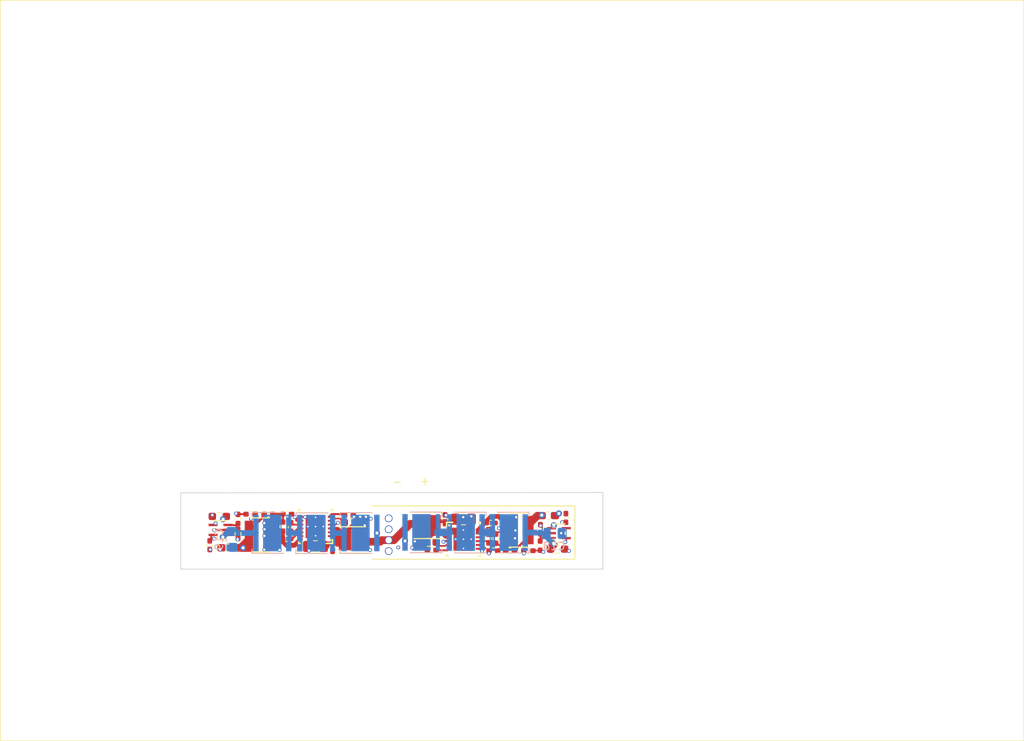
<source format=kicad_pcb>
(kicad_pcb (version 20221018) (generator pcbnew)
  (layers (0 "F.Cu" signal) (1 "In1.Cu" signal) (2 "In2.Cu" signal) (31 "B.Cu" signal) (34 "B.Paste" user) (35 "F.Paste" user) (36 "B.SilkS" user "B.Silkscreen") (37 "F.SilkS" user "F.Silkscreen") (38 "B.Mask" user) (39 "F.Mask" user) (44 "Edge.Cuts" user))
  (net 0 "")
  (net 1 "GND2")
  (net 2 "Net-(U1-VCC)")
  (net 3 "Net-(U1-SS)")
  (net 4 "Net-(C4-Pad2)")
  (net 5 "Net-(U1-BST)")
  (net 6 "Net-(C27-Pad2)")
  (net 7 "Net-(D6-A)")
  (net 8 "Net-(D8-K)")
  (net 9 "Net-(D27-Conn)")
  (net 10 "Net-(U1-FB)")
  (net 11 "Net-(U2-OUT)")
  (net 12 "Net-(U1-RON)")
  (net 13 "Net-(U2-IN-)")
  (net 14 "Net-(D6-K)")
  (net 15 "Net-(D7-K)")
  (net 16 "Net-(D3-Conn)")
  (net 17 "Net-(U3-VIN)")
  (net 18 "Net-(U1-VIN)")
  (net 19 "Net-(U3-SS)")
  (net 20 "Net-(U3-VCC)")
  (net 21 "Net-(U3-BST)")
  (net 22 "Net-(C9-Pad2)")
  (net 23 "Net-(D9-A)")
  (net 24 "Net-(C10-Pad2)")
  (net 25 "Net-(U3-FB)")
  (net 26 "Net-(D2-Conn)")
  (net 27 "Net-(D10-A)")
  (net 28 "Net-(D10-K)")
  (net 29 "Net-(D11-K)")
  (net 30 "Net-(U3-RON)")
  (net 31 "Net-(U4-OUT)")
  (net 32 "Net-(U4-IN-)")
  (footprint "ul_TLV9061IDCKR:DCK5_TEX" (layer "F.Cu") (at 136.271 122.809)
    (fp_text reference "U2" hide)
    (fp_text value "TLV9061IDCKR" hide)
    (pad "1" smd rect (at -0.9652 -0.649999) (size 1.1684 0.3048) (layers "F.Cu" "F.Paste" "F.Mask") (net 8 "Net-(D8-K)"))
    (pad "2" smd rect (at -0.9652 0) (size 1.1684 0.3048) (layers "F.Cu" "F.Paste" "F.Mask") (net 1 "GND2"))
    (pad "3" smd rect (at -0.9652 0.649999) (size 1.1684 0.3048) (layers "F.Cu" "F.Paste" "F.Mask") (net 13 "Net-(U2-IN-)"))
    (pad "4" smd rect (at 0.9652 0.649999) (size 1.1684 0.3048) (layers "F.Cu" "F.Paste" "F.Mask") (net 11 "Net-(U2-OUT)"))
    (pad "5" smd rect (at 0.9652 -0.649999) (size 1.1684 0.3048) (layers "F.Cu" "F.Paste" "F.Mask") (net 16 "Net-(D3-Conn)"))
  )
  (footprint "Capacitor_SMD:C_0402_1005Metric_Pad0.74x0.62mm_HandSolder" (layer "F.Cu") (at 90.7796 124.3751 -90)
    (fp_text reference "C13" hide)
    (fp_text value "C" hide)
    (pad "1" smd roundrect (at -0.5675 0 270) (size 0.735 0.62) (layers "F.Cu" "F.Paste" "F.Mask") (net 16 "Net-(D3-Conn)"))
    (pad "2" smd roundrect (at 0.5675 0 270) (size 0.735 0.62) (layers "F.Cu" "F.Paste" "F.Mask") (net 1 "GND2"))
  )
  (footprint "Resistor_SMD:R_0402_1005Metric_Pad0.72x0.64mm_HandSolder" (layer "F.Cu") (at 94.4626 120.9548 90)
    (fp_text reference "R10" hide)
    (fp_text value "R" hide)
    (pad "1" smd roundrect (at -0.5975 0 90) (size 0.715 0.64) (layers "F.Cu" "F.Paste" "F.Mask") (net 32 "Net-(U4-IN-)"))
    (pad "2" smd roundrect (at 0.5975 0 90) (size 0.715 0.64) (layers "F.Cu" "F.Paste" "F.Mask") (net 31 "Net-(U4-OUT)"))
  )
  (footprint "ul_SWPA4030S1R0NT:IND_SWPA4030S_SNL" (layer "F.Cu") (at 97.3836 123.0376)
    (fp_text reference "L4" hide)
    (fp_text value "SWPA4030S1R0NT" hide)
    (pad "1" smd rect (at -1.4986 0) (size 1.0922 3.7084) (layers "F.Cu" "F.Paste" "F.Mask") (net 23 "Net-(D9-A)"))
    (pad "2" smd rect (at 1.4986 0) (size 1.0922 3.7084) (layers "F.Cu" "F.Paste" "F.Mask") (net 22 "Net-(C9-Pad2)"))
  )
  (footprint "Capacitor_SMD:C_0603_1608Metric_Pad1.08x0.95mm_HandSolder" (layer "F.Cu") (at 134.8994 120.523)
    (fp_text reference "C28" hide)
    (fp_text value "C" hide)
    (pad "1" smd roundrect (at -0.8625 0) (size 1.075 0.95) (layers "F.Cu" "F.Paste" "F.Mask") (net 7 "Net-(D6-A)"))
    (pad "2" smd roundrect (at 0.8625 0) (size 1.075 0.95) (layers "F.Cu" "F.Paste" "F.Mask") (net 1 "GND2"))
  )
  (footprint "Capacitor_SMD:C_0402_1005Metric_Pad0.74x0.62mm_HandSolder" (layer "F.Cu") (at 137.1854 120.8278 90)
    (fp_text reference "C1" hide)
    (fp_text value "C" hide)
    (pad "1" smd roundrect (at -0.5675 0 90) (size 0.735 0.62) (layers "F.Cu" "F.Paste" "F.Mask") (net 16 "Net-(D3-Conn)"))
    (pad "2" smd roundrect (at 0.5675 0 90) (size 0.735 0.62) (layers "F.Cu" "F.Paste" "F.Mask") (net 1 "GND2"))
  )
  (footprint "Capacitor_SMD:C_0402_1005Metric_Pad0.74x0.62mm_HandSolder" (layer "F.Cu") (at 119.7015 124.9934 180)
    (fp_text reference "C26" hide)
    (fp_text value "C" hide)
    (pad "1" smd roundrect (at -0.5675 0 180) (size 0.735 0.62) (layers "F.Cu" "F.Paste" "F.Mask") (net 3 "Net-(U1-SS)"))
    (pad "2" smd roundrect (at 0.5675 0 180) (size 0.735 0.62) (layers "F.Cu" "F.Paste" "F.Mask") (net 1 "GND2"))
  )
  (footprint "Resistor_SMD:R_0603_1608Metric_Pad0.98x0.95mm_HandSolder" (layer "F.Cu") (at 136.10155 124.8866)
    (fp_text reference "R2" hide)
    (fp_text value "R" hide)
    (pad "1" smd roundrect (at -0.9125 0) (size 0.975 0.95) (layers "F.Cu" "F.Paste" "F.Mask") (net 8 "Net-(D8-K)"))
    (pad "2" smd roundrect (at 0.9125 0) (size 0.975 0.95) (layers "F.Cu" "F.Paste" "F.Mask") (net 1 "GND2"))
  )
  (footprint "Capacitor_SMD:C_0402_1005Metric_Pad0.74x0.62mm_HandSolder" (layer "F.Cu") (at 129.921 125.095 180)
    (fp_text reference "C4" hide)
    (fp_text value "C" hide)
    (pad "1" smd roundrect (at -0.5675 0 180) (size 0.735 0.62) (layers "F.Cu" "F.Paste" "F.Mask") (net 7 "Net-(D6-A)"))
    (pad "2" smd roundrect (at 0.5675 0 180) (size 0.735 0.62) (layers "F.Cu" "F.Paste" "F.Mask") (net 4 "Net-(C4-Pad2)"))
  )
  (footprint "ul_SWPA4030S1R0NT:IND_SWPA4030S_SNL" (layer "F.Cu") (at 130.937 122.4026 180)
    (fp_text reference "L1" hide)
    (fp_text value "SWPA4030S1R0NT" hide)
    (pad "1" smd rect (at -1.4986 0 180) (size 1.0922 3.7084) (layers "F.Cu" "F.Paste" "F.Mask") (net 7 "Net-(D6-A)"))
    (pad "2" smd rect (at 1.4986 0 180) (size 1.0922 3.7084) (layers "F.Cu" "F.Paste" "F.Mask") (net 6 "Net-(C27-Pad2)"))
  )
  (footprint "Wire_holes:WireHole_0p8" (layer "F.Cu") (at 114.0968 120.8786)
    (fp_text reference "D3" hide)
    (fp_text value "WireHole_1p5" hide)
    (pad "1" thru_hole circle (at 0 0) (size 1 1) (drill 0.8) (layers "*.Cu" "*.Mask") (net 16 "Net-(D3-Conn)"))
  )
  (footprint "Capacitor_SMD:C_0402_1005Metric_Pad0.74x0.62mm_HandSolder" (layer "F.Cu") (at 106.7816 124.6124 -90)
    (fp_text reference "C14" hide)
    (fp_text value "C" hide)
    (pad "1" smd roundrect (at -0.5675 0 270) (size 0.735 0.62) (layers "F.Cu" "F.Paste" "F.Mask") (net 17 "Net-(U3-VIN)"))
    (pad "2" smd roundrect (at 0.5675 0 270) (size 0.735 0.62) (layers "F.Cu" "F.Paste" "F.Mask") (net 1 "GND2"))
  )
  (footprint "Capacitor_SMD:C_0805_2012Metric_Pad1.18x1.45mm_HandSolder" (layer "F.Cu") (at 123.8289 120.9802)
    (fp_text reference "C5" hide)
    (fp_text value "C" hide)
    (pad "1" smd roundrect (at -1.0375 0) (size 1.175 1.45) (layers "F.Cu" "F.Paste" "F.Mask") (roundrect_rratio 0.212766) (net 18 "Net-(U1-VIN)"))
    (pad "2" smd roundrect (at 1.0375 0) (size 1.175 1.45) (layers "F.Cu" "F.Paste" "F.Mask") (roundrect_rratio 0.212766) (net 1 "GND2"))
  )
  (footprint "Capacitor_SMD:C_0402_1005Metric_Pad0.74x0.62mm_HandSolder" (layer "F.Cu") (at 100.7618 123.5456 180)
    (fp_text reference "C9" hide)
    (fp_text value "C" hide)
    (pad "1" smd roundrect (at -0.5675 0 180) (size 0.735 0.62) (layers "F.Cu" "F.Paste" "F.Mask") (net 21 "Net-(U3-BST)"))
    (pad "2" smd roundrect (at 0.5675 0 180) (size 0.735 0.62) (layers "F.Cu" "F.Paste" "F.Mask") (net 22 "Net-(C9-Pad2)"))
  )
  (footprint "Resistor_SMD:R_0402_1005Metric_Pad0.72x0.64mm_HandSolder" (layer "F.Cu") (at 128.07515 123.5271 90)
    (fp_text reference "R1" hide)
    (fp_text value "R" hide)
    (pad "1" smd roundrect (at -0.5975 0 90) (size 0.715 0.64) (layers "F.Cu" "F.Paste" "F.Mask") (net 4 "Net-(C4-Pad2)"))
    (pad "2" smd roundrect (at 0.5975 0 90) (size 0.715 0.64) (layers "F.Cu" "F.Paste" "F.Mask") (net 6 "Net-(C27-Pad2)"))
  )
  (footprint "Resistor_SMD:R_0603_1608Metric_Pad0.98x0.95mm_HandSolder" (layer "F.Cu") (at 119.3781 124.0028)
    (fp_text reference "R9" hide)
    (fp_text value "R" hide)
    (pad "1" smd roundrect (at -0.9125 0) (size 0.975 0.95) (layers "F.Cu" "F.Paste" "F.Mask") (net 18 "Net-(U1-VIN)"))
    (pad "2" smd roundrect (at 0.9125 0) (size 0.975 0.95) (layers "F.Cu" "F.Paste" "F.Mask") (net 12 "Net-(U1-RON)"))
  )
  (footprint "" (layer "F.Cu") (at 114.0968 125.1458)
    (fp_text reference "" hide)
    (fp_text value "" hide)
    (pad "1" thru_hole circle (at 0 0) (size 1 1) (drill 0.8) (layers "*.Cu" "*.Mask") (net 26 "Net-(D2-Conn)"))
  )
  (footprint "Capacitor_SMD:C_0603_1608Metric_Pad1.08x0.95mm_HandSolder" (layer "F.Cu") (at 93.1672 124.714 180)
    (fp_text reference "C11" hide)
    (fp_text value "C" hide)
    (pad "1" smd roundrect (at -0.8625 0 180) (size 1.075 0.95) (layers "F.Cu" "F.Paste" "F.Mask") (net 23 "Net-(D9-A)"))
    (pad "2" smd roundrect (at 0.8625 0 180) (size 1.075 0.95) (layers "F.Cu" "F.Paste" "F.Mask") (net 1 "GND2"))
  )
  (footprint "Resistor_SMD:R_0402_1005Metric_Pad0.72x0.64mm_HandSolder" (layer "F.Cu") (at 133.86635 122.2958 -90)
    (fp_text reference "R4" hide)
    (fp_text value "R" hide)
    (pad "1" smd roundrect (at -0.5975 0 270) (size 0.715 0.64) (layers "F.Cu" "F.Paste" "F.Mask") (net 1 "GND2"))
    (pad "2" smd roundrect (at 0.5975 0 270) (size 0.715 0.64) (layers "F.Cu" "F.Paste" "F.Mask") (net 13 "Net-(U2-IN-)"))
  )
  (footprint "ul_SWPA3015S4R7MT:IND_SWPA3015S_SNL" (layer "F.Cu") (at 119.1133 121.793 180)
    (fp_text reference "L2" hide)
    (fp_text value "SWPA4030S1R0NT" hide)
    (pad "1" smd rect (at -0.9525 0 270) (size 2.6924 1.6002) (layers "F.Cu" "F.Paste" "F.Mask") (net 18 "Net-(U1-VIN)"))
    (pad "2" smd rect (at 0.9525 0 270) (size 2.6924 1.6002) (layers "F.Cu" "F.Paste" "F.Mask") (net 9 "Net-(D27-Conn)"))
  )
  (footprint "Resistor_SMD:R_0402_1005Metric_Pad0.72x0.64mm_HandSolder" (layer "F.Cu") (at 96.0982 120.3298)
    (fp_text reference "R7" hide)
    (fp_text value "R" hide)
    (pad "1" smd roundrect (at -0.5975 0) (size 0.715 0.64) (layers "F.Cu" "F.Paste" "F.Mask") (net 31 "Net-(U4-OUT)"))
    (pad "2" smd roundrect (at 0.5975 0) (size 0.715 0.64) (layers "F.Cu" "F.Paste" "F.Mask") (net 25 "Net-(U3-FB)"))
  )
  (footprint "Capacitor_SMD:C_0402_1005Metric_Pad0.74x0.62mm_HandSolder" (layer "F.Cu") (at 127.10995 123.5063 90)
    (fp_text reference "C2" hide)
    (fp_text value "C" hide)
    (pad "1" smd roundrect (at -0.5675 0 90) (size 0.735 0.62) (layers "F.Cu" "F.Paste" "F.Mask") (net 2 "Net-(U1-VCC)"))
    (pad "2" smd roundrect (at 0.5675 0 90) (size 0.735 0.62) (layers "F.Cu" "F.Paste" "F.Mask") (net 1 "GND2"))
  )
  (footprint "Resistor_SMD:R_0402_1005Metric_Pad0.72x0.64mm_HandSolder" (layer "F.Cu") (at 94.4626 122.8852 90)
    (fp_text reference "R11" hide)
    (fp_text value "R" hide)
    (pad "1" smd roundrect (at -0.5975 0 90) (size 0.715 0.64) (layers "F.Cu" "F.Paste" "F.Mask") (net 1 "GND2"))
    (pad "2" smd roundrect (at 0.5975 0 90) (size 0.715 0.64) (layers "F.Cu" "F.Paste" "F.Mask") (net 32 "Net-(U4-IN-)"))
  )
  (footprint "ul_TLV9061IDCKR:DCK5_TEX" (layer "F.Cu") (at 92.1766 122.387601 180)
    (fp_text reference "U4" hide)
    (fp_text value "TLV9061IDCKR" hide)
    (pad "1" smd rect (at -0.9652 -0.649999 180) (size 1.1684 0.3048) (layers "F.Cu" "F.Paste" "F.Mask") (net 29 "Net-(D11-K)"))
    (pad "2" smd rect (at -0.9652 0 180) (size 1.1684 0.3048) (layers "F.Cu" "F.Paste" "F.Mask") (net 1 "GND2"))
    (pad "3" smd rect (at -0.9652 0.649999 180) (size 1.1684 0.3048) (layers "F.Cu" "F.Paste" "F.Mask") (net 32 "Net-(U4-IN-)"))
    (pad "4" smd rect (at 0.9652 0.649999 180) (size 1.1684 0.3048) (layers "F.Cu" "F.Paste" "F.Mask") (net 31 "Net-(U4-OUT)"))
    (pad "5" smd rect (at 0.9652 -0.649999 180) (size 1.1684 0.3048) (layers "F.Cu" "F.Paste" "F.Mask") (net 16 "Net-(D3-Conn)"))
  )
  (footprint "Resistor_SMD:R_0402_1005Metric_Pad0.72x0.64mm_HandSolder" (layer "F.Cu") (at 100.3146 121.9554 -90)
    (fp_text reference "R6" hide)
    (fp_text value "R" hide)
    (pad "1" smd roundrect (at -0.5975 0 270) (size 0.715 0.64) (layers "F.Cu" "F.Paste" "F.Mask") (net 24 "Net-(C10-Pad2)"))
    (pad "2" smd roundrect (at 0.5975 0 270) (size 0.715 0.64) (layers "F.Cu" "F.Paste" "F.Mask") (net 22 "Net-(C9-Pad2)"))
  )
  (footprint "Capacitor_SMD:C_0402_1005Metric_Pad0.74x0.62mm_HandSolder" (layer "F.Cu") (at 127.3723 121.4882 180)
    (fp_text reference "C27" hide)
    (fp_text value "C" hide)
    (pad "1" smd roundrect (at -0.5675 0 180) (size 0.735 0.62) (layers "F.Cu" "F.Paste" "F.Mask") (net 5 "Net-(U1-BST)"))
    (pad "2" smd roundrect (at 0.5675 0 180) (size 0.735 0.62) (layers "F.Cu" "F.Paste" "F.Mask") (net 6 "Net-(C27-Pad2)"))
  )
  (footprint "Capacitor_SMD:C_0402_1005Metric_Pad0.74x0.62mm_HandSolder" (layer "F.Cu") (at 108.9152 120.4976)
    (fp_text reference "C7" hide)
    (fp_text value "C" hide)
    (pad "1" smd roundrect (at -0.5675 0) (size 0.735 0.62) (layers "F.Cu" "F.Paste" "F.Mask") (net 19 "Net-(U3-SS)"))
    (pad "2" smd roundrect (at 0.5675 0) (size 0.735 0.62) (layers "F.Cu" "F.Paste" "F.Mask") (net 1 "GND2"))
  )
  (footprint "ul_LM5160ADNTR:DNT0012B" (layer "F.Cu") (at 123.838351 123.5974)
    (fp_text reference "U1" hide)
    (fp_text value "LM5160ADNTR" hide)
    (pad "1" smd rect (at -1.899999 -1.25 90) (size 0.249999 0.599999) (layers "F.Cu" "F.Paste" "F.Mask") (net 1 "GND2"))
    (pad "2" smd rect (at -1.899999 -0.750001 90) (size 0.249999 0.599999) (layers "F.Cu" "F.Paste" "F.Mask") (net 1 "GND2"))
    (pad "3" smd rect (at -1.899999 -0.25 90) (size 0.249999 0.599999) (layers "F.Cu" "F.Paste" "F.Mask") (net 18 "Net-(U1-VIN)"))
    (pad "4" smd rect (at -1.899999 0.25 90) (size 0.249999 0.599999) (layers "F.Cu" "F.Paste" "F.Mask") (net 26 "Net-(D2-Conn)"))
    (pad "5" smd rect (at -1.899999 0.749998 90) (size 0.249999 0.599999) (layers "F.Cu" "F.Paste" "F.Mask") (net 12 "Net-(U1-RON)"))
    (pad "6" smd rect (at -1.899999 1.25 90) (size 0.249999 0.599999) (layers "F.Cu" "F.Paste" "F.Mask") (net 3 "Net-(U1-SS)"))
    (pad "7" smd rect (at 1.899999 1.25 90) (size 0.249999 0.599999) (layers "F.Cu" "F.Paste" "F.Mask") (net 1 "GND2"))
    (pad "8" smd rect (at 1.899999 0.749998 90) (size 0.249999 0.599999) (layers "F.Cu" "F.Paste" "F.Mask") (net 10 "Net-(U1-FB)"))
    (pad "9" smd rect (at 1.899999 0.25 90) (size 0.249999 0.599999) (layers "F.Cu" "F.Paste" "F.Mask") (net 2 "Net-(U1-VCC)"))
    (pad "10" smd rect (at 1.899999 -0.250002 90) (size 0.249999 0.599999) (layers "F.Cu" "F.Paste" "F.Mask") (net 5 "Net-(U1-BST)"))
    (pad "11" smd rect (at 1.899999 -0.750001 90) (size 0.249999 0.599999) (layers "F.Cu" "F.Paste" "F.Mask") (net 6 "Net-(C27-Pad2)"))
    (pad "12" smd rect (at 1.899999 -1.25 90) (size 0.249999 0.599999) (layers "F.Cu" "F.Paste" "F.Mask") (net 6 "Net-(C27-Pad2)"))
    (pad "13" smd rect (at 0 0 90) (size 2.999999 2.6) (layers "F.Cu" "F.Mask") (net 1 "GND2"))
    (pad "V" thru_hole circle (at -1.000001 0) (size 0.499999 0.499999) (drill 0.2032) (layers "*.Cu" "*.Mask"))
    (pad "V" thru_hole circle (at 0 -1.2) (size 0.499999 0.499999) (drill 0.2032) (layers "*.Cu" "*.Mask"))
    (pad "V" thru_hole circle (at 0 0) (size 0.499999 0.499999) (drill 0.2032) (layers "*.Cu" "*.Mask"))
    (pad "V" thru_hole circle (at 0 1.2) (size 0.499999 0.499999) (drill 0.2032) (layers "*.Cu" "*.Mask"))
    (pad "V" thru_hole circle (at 1.000001 0) (size 0.499999 0.499999) (drill 0.2032) (layers "*.Cu" "*.Mask"))
  )
  (footprint "Resistor_SMD:R_0402_1005Metric_Pad0.72x0.64mm_HandSolder" (layer "F.Cu") (at 132.2953 125.095 180)
    (fp_text reference "R15" hide)
    (fp_text value "R" hide)
    (pad "1" smd roundrect (at -0.5975 0 180) (size 0.715 0.64) (layers "F.Cu" "F.Paste" "F.Mask") (net 11 "Net-(U2-OUT)"))
    (pad "2" smd roundrect (at 0.5975 0 180) (size 0.715 0.64) (layers "F.Cu" "F.Paste" "F.Mask") (net 10 "Net-(U1-FB)"))
  )
  (footprint "ul_SWPA3015S4R7MT:IND_SWPA3015S_SNL" (layer "F.Cu") (at 109.347 123.698)
    (fp_text reference "L3" hide)
    (fp_text value "SWPA4030S1R0NT" hide)
    (pad "1" smd rect (at -0.9525 0 90) (size 2.6924 1.6002) (layers "F.Cu" "F.Paste" "F.Mask") (net 17 "Net-(U3-VIN)"))
    (pad "2" smd rect (at 0.9525 0 90) (size 2.6924 1.6002) (layers "F.Cu" "F.Paste" "F.Mask") (net 9 "Net-(D27-Conn)"))
  )
  (footprint "Wire_holes:WireHole_0p8" (layer "F.Cu") (at 114.0968 122.301)
    (fp_text reference "D28" hide)
    (fp_text value "WireHole_1p5" hide)
    (pad "1" thru_hole circle (at 0 0) (size 1 1) (drill 0.8) (layers "*.Cu" "*.Mask") (net 1 "GND2"))
  )
  (footprint "Resistor_SMD:R_0402_1005Metric_Pad0.72x0.64mm_HandSolder" (layer "F.Cu") (at 133.8326 124.4346 -90)
    (fp_text reference "R3" hide)
    (fp_text value "R" hide)
    (pad "1" smd roundrect (at -0.5975 0 270) (size 0.715 0.64) (layers "F.Cu" "F.Paste" "F.Mask") (net 13 "Net-(U2-IN-)"))
    (pad "2" smd roundrect (at 0.5975 0 270) (size 0.715 0.64) (layers "F.Cu" "F.Paste" "F.Mask") (net 11 "Net-(U2-OUT)"))
  )
  (footprint "Capacitor_SMD:C_0402_1005Metric_Pad0.74x0.62mm_HandSolder" (layer "F.Cu") (at 98.435 120.3298)
    (fp_text reference "C10" hide)
    (fp_text value "C" hide)
    (pad "1" smd roundrect (at -0.5675 0) (size 0.735 0.62) (layers "F.Cu" "F.Paste" "F.Mask") (net 23 "Net-(D9-A)"))
    (pad "2" smd roundrect (at 0.5675 0) (size 0.735 0.62) (layers "F.Cu" "F.Paste" "F.Mask") (net 24 "Net-(C10-Pad2)"))
  )
  (footprint "Capacitor_SMD:C_0805_2012Metric_Pad1.18x1.45mm_HandSolder" (layer "F.Cu") (at 104.5503 124.5362 180)
    (fp_text reference "C3" hide)
    (fp_text value "C" hide)
    (pad "1" smd roundrect (at -1.0375 0 180) (size 1.175 1.45) (layers "F.Cu" "F.Paste" "F.Mask") (roundrect_rratio 0.212766) (net 17 "Net-(U3-VIN)"))
    (pad "2" smd roundrect (at 1.0375 0 180) (size 1.175 1.45) (layers "F.Cu" "F.Paste" "F.Mask") (roundrect_rratio 0.212766) (net 1 "GND2"))
  )
  (footprint "Capacitor_SMD:C_0402_1005Metric_Pad0.74x0.62mm_HandSolder" (layer "F.Cu") (at 127.7366 125.095 180)
    (fp_text reference "C6" hide)
    (fp_text value "C" hide)
    (pad "1" smd roundrect (at -0.5675 0 180) (size 0.735 0.62) (layers "F.Cu" "F.Paste" "F.Mask") (net 4 "Net-(C4-Pad2)"))
    (pad "2" smd roundrect (at 0.5675 0 180) (size 0.735 0.62) (layers "F.Cu" "F.Paste" "F.Mask") (net 10 "Net-(U1-FB)"))
  )
  (footprint "ul_LM5160ADNTR:DNT0012B" (layer "F.Cu") (at 104.5718 121.9454 180)
    (fp_text reference "U3" hide)
    (fp_text value "LM5160ADNTR" hide)
    (pad "1" smd rect (at -1.899999 -1.25 270) (size 0.249999 0.599999) (layers "F.Cu" "F.Paste" "F.Mask") (net 1 "GND2"))
    (pad "2" smd rect (at -1.899999 -0.750001 270) (size 0.249999 0.599999) (layers "F.Cu" "F.Paste" "F.Mask") (net 1 "GND2"))
    (pad "3" smd rect (at -1.899999 -0.25 270) (size 0.249999 0.599999) (layers "F.Cu" "F.Paste" "F.Mask") (net 17 "Net-(U3-VIN)"))
    (pad "4" smd rect (at -1.899999 0.25 270) (size 0.249999 0.599999) (layers "F.Cu" "F.Paste" "F.Mask") (net 26 "Net-(D2-Conn)"))
    (pad "5" smd rect (at -1.899999 0.749998 270) (size 0.249999 0.599999) (layers "F.Cu" "F.Paste" "F.Mask") (net 30 "Net-(U3-RON)"))
    (pad "6" smd rect (at -1.899999 1.25 270) (size 0.249999 0.599999) (layers "F.Cu" "F.Paste" "F.Mask") (net 19 "Net-(U3-SS)"))
    (pad "7" smd rect (at 1.899999 1.25 270) (size 0.249999 0.599999) (layers "F.Cu" "F.Paste" "F.Mask") (net 1 "GND2"))
    (pad "8" smd rect (at 1.899999 0.749998 270) (size 0.249999 0.599999) (layers "F.Cu" "F.Paste" "F.Mask") (net 25 "Net-(U3-FB)"))
    (pad "9" smd rect (at 1.899999 0.25 270) (size 0.249999 0.599999) (layers "F.Cu" "F.Paste" "F.Mask") (net 20 "Net-(U3-VCC)"))
    (pad "10" smd rect (at 1.899999 -0.250002 270) (size 0.249999 0.599999) (layers "F.Cu" "F.Paste" "F.Mask") (net 21 "Net-(U3-BST)"))
    (pad "11" smd rect (at 1.899999 -0.750001 270) (size 0.249999 0.599999) (layers "F.Cu" "F.Paste" "F.Mask") (net 22 "Net-(C9-Pad2)"))
    (pad "12" smd rect (at 1.899999 -1.25 270) (size 0.249999 0.599999) (layers "F.Cu" "F.Paste" "F.Mask") (net 22 "Net-(C9-Pad2)"))
    (pad "13" smd rect (at 0 0 270) (size 2.999999 2.6) (layers "F.Cu" "F.Mask") (net 1 "GND2"))
    (pad "V" thru_hole circle (at -1.000001 0 180) (size 0.499999 0.499999) (drill 0.2032) (layers "*.Cu" "*.Mask"))
    (pad "V" thru_hole circle (at 0 -1.2 180) (size 0.499999 0.499999) (drill 0.2032) (layers "*.Cu" "*.Mask"))
    (pad "V" thru_hole circle (at 0 0 180) (size 0.499999 0.499999) (drill 0.2032) (layers "*.Cu" "*.Mask"))
    (pad "V" thru_hole circle (at 0 1.2 180) (size 0.499999 0.499999) (drill 0.2032) (layers "*.Cu" "*.Mask"))
    (pad "V" thru_hole circle (at 1.000001 0 180) (size 0.499999 0.499999) (drill 0.2032) (layers "*.Cu" "*.Mask"))
  )
  (footprint "Resistor_SMD:R_0603_1608Metric_Pad0.98x0.95mm_HandSolder" (layer "F.Cu") (at 92.0242 120.6246 180)
    (fp_text reference "R8" hide)
    (fp_text value "R" hide)
    (pad "1" smd roundrect (at -0.9125 0 180) (size 0.975 0.95) (layers "F.Cu" "F.Paste" "F.Mask") (net 29 "Net-(D11-K)"))
    (pad "2" smd roundrect (at 0.9125 0 180) (size 0.975 0.95) (layers "F.Cu" "F.Paste" "F.Mask") (net 1 "GND2"))
  )
  (footprint "Capacitor_SMD:C_0402_1005Metric_Pad0.74x0.62mm_HandSolder" (layer "F.Cu") (at 121.4374 120.9889 90)
    (fp_text reference "C15" hide)
    (fp_text value "C" hide)
    (pad "1" smd roundrect (at -0.5675 0 90) (size 0.735 0.62) (layers "F.Cu" "F.Paste" "F.Mask") (net 18 "Net-(U1-VIN)"))
    (pad "2" smd roundrect (at 0.5675 0 90) (size 0.735 0.62) (layers "F.Cu" "F.Paste" "F.Mask") (net 1 "GND2"))
  )
  (footprint "Capacitor_SMD:C_0402_1005Metric_Pad0.74x0.62mm_HandSolder" (layer "F.Cu") (at 101.3714 122.0216 -90)
    (fp_text reference "C8" hide)
    (fp_text value "C" hide)
    (pad "1" smd roundrect (at -0.5675 0 270) (size 0.735 0.62) (layers "F.Cu" "F.Paste" "F.Mask") (net 20 "Net-(U3-VCC)"))
    (pad "2" smd roundrect (at 0.5675 0 270) (size 0.735 0.62) (layers "F.Cu" "F.Paste" "F.Mask") (net 1 "GND2"))
  )
  (footprint "Capacitor_SMD:C_0402_1005Metric_Pad0.74x0.62mm_HandSolder" (layer "F.Cu") (at 100.8734 120.3298)
    (fp_text reference "C12" hide)
    (fp_text value "C" hide)
    (pad "1" smd roundrect (at -0.5675 0) (size 0.735 0.62) (layers "F.Cu" "F.Paste" "F.Mask") (net 24 "Net-(C10-Pad2)"))
    (pad "2" smd roundrect (at 0.5675 0) (size 0.735 0.62) (layers "F.Cu" "F.Paste" "F.Mask") (net 25 "Net-(U3-FB)"))
  )
  (footprint "Wire_holes:WireHole_0p8" (layer "F.Cu") (at 114.0968 123.7234)
    (fp_text reference "D27" hide)
    (fp_text value "WireHole_1p5" hide)
    (pad "1" thru_hole circle (at 0 0) (size 1 1) (drill 0.8) (layers "*.Cu" "*.Mask") (net 9 "Net-(D27-Conn)"))
  )
  (footprint "Resistor_SMD:R_0603_1608Metric_Pad0.98x0.95mm_HandSolder" (layer "F.Cu") (at 109.2181 121.412 180)
    (fp_text reference "R5" hide)
    (fp_text value "R" hide)
    (pad "1" smd roundrect (at -0.9125 0 180) (size 0.975 0.95) (layers "F.Cu" "F.Paste" "F.Mask") (net 17 "Net-(U3-VIN)"))
    (pad "2" smd roundrect (at 0.9125 0 180) (size 0.975 0.95) (layers "F.Cu" "F.Paste" "F.Mask") (net 30 "Net-(U3-RON)"))
  )
  (footprint "LED_SMD:LED_Cree-XHP50_6V" (layer "B.Cu") (at 118.3644 122.7072 180)
    (fp_text reference "D6" hide)
    (fp_text value "LED_Cree_XHP50_6V" hide)
    (pad "1" smd rect (at -2.14 0 180) (size 0.5 4.78) (layers "B.Cu" "B.Mask") (net 14 "Net-(D6-K)"))
    (pad "2" smd rect (at 2.14 0 180) (size 0.7 4.78) (layers "B.Cu" "B.Mask") (net 7 "Net-(D6-A)"))
    (pad "3" smd rect (at 0 0 180) (size 2.4 4.78) (layers "B.Cu" "B.Mask") (net 1 "GND2"))
  )
  (footprint "LED_SMD:LED_Cree-XHP50_6V" (layer "B.Cu") (at 124.1294 122.7326 180)
    (fp_text reference "D7" hide)
    (fp_text value "LED_Cree_XHP50_6V" hide)
    (pad "1" smd rect (at -2.14 0 180) (size 0.7 4.78) (layers "B.Cu" "B.Mask") (net 15 "Net-(D7-K)"))
    (pad "2" smd rect (at 2.14 0 180) (size 0.7 4.78) (layers "B.Cu" "B.Mask") (net 14 "Net-(D6-K)"))
    (pad "3" smd rect (at 0 0 180) (size 2.4 4.78) (layers "B.Cu" "B.Mask") (net 1 "GND2"))
  )
  (footprint "Capacitor_SMD:C_0805_2012Metric_Pad1.18x1.45mm_HandSolder" (layer "B.Cu") (at 135.6575 122.8344)
    (fp_text reference "C18" (at 0 1.68) (layer "B.SilkS") (effects (justify mirror)))
    (fp_text value "C")
    (pad "1" smd roundrect (at -1.0375 0) (size 1.175 1.45) (layers "B.Cu" "B.Paste" "B.Mask") (roundrect_rratio 0.212766) (net 7 "Net-(D6-A)"))
    (pad "2" smd roundrect (at 1.0375 0) (size 1.175 1.45) (layers "B.Cu" "B.Paste" "B.Mask") (roundrect_rratio 0.212766) (net 1 "GND2"))
  )
  (footprint "LED_SMD:LED_Cree-XHP50_6V" (layer "B.Cu") (at 104.6484 122.8092)
    (fp_text reference "D10" hide)
    (fp_text value "LED_Cree_XHP50_6V" hide)
    (pad "1" smd rect (at -2.14 0) (size 0.7 4.78) (layers "B.Cu" "B.Mask") (net 28 "Net-(D10-K)"))
    (pad "2" smd rect (at 2.14 0) (size 0.7 4.78) (layers "B.Cu" "B.Mask") (net 27 "Net-(D10-A)"))
    (pad "3" smd rect (at 0 0) (size 2.4 4.78) (layers "B.Cu" "B.Mask") (net 1 "GND2"))
  )
  (footprint "Capacitor_SMD:C_0805_2012Metric_Pad1.18x1.45mm_HandSolder" (layer "B.Cu") (at 93.6752 123.6218 -90)
    (fp_text reference "C19" (at 0 1.68 90) (layer "B.SilkS") (effects (justify mirror)))
    (fp_text value "C")
    (pad "1" smd roundrect (at -1.0375 0 270) (size 1.175 1.45) (layers "B.Cu" "B.Paste" "B.Mask") (roundrect_rratio 0.212766) (net 23 "Net-(D9-A)"))
    (pad "2" smd roundrect (at 1.0375 0 270) (size 1.175 1.45) (layers "B.Cu" "B.Paste" "B.Mask") (roundrect_rratio 0.212766) (net 1 "GND2"))
  )
  (footprint "LED_SMD:LED_Cree-XHP50_6V" (layer "B.Cu") (at 98.9326 122.7834)
    (fp_text reference "D11" hide)
    (fp_text value "LED_Cree_XHP50_6V" hide)
    (pad "1" smd rect (at -2.14 0) (size 0.7 4.78) (layers "B.Cu" "B.Mask") (net 29 "Net-(D11-K)"))
    (pad "2" smd rect (at 2.14 0) (size 0.7 4.78) (layers "B.Cu" "B.Mask") (net 28 "Net-(D10-K)"))
    (pad "3" smd rect (at 0 0) (size 2.4 4.78) (layers "B.Cu" "B.Mask") (net 1 "GND2"))
  )
  (footprint "LED_SMD:LED_Cree-XHP50_6V" (layer "B.Cu") (at 110.4142 122.7838)
    (fp_text reference "D9" hide)
    (fp_text value "LED_Cree_XHP50_6V" hide)
    (pad "1" smd rect (at -2.14 0) (size 0.7 4.78) (layers "B.Cu" "B.Mask") (net 27 "Net-(D10-A)"))
    (pad "2" smd rect (at 2.14 0) (size 0.7 4.78) (layers "B.Cu" "B.Mask") (net 23 "Net-(D9-A)"))
    (pad "3" smd rect (at 0 0) (size 2.4 4.78) (layers "B.Cu" "B.Mask") (net 1 "GND2"))
  )
  (footprint "LED_SMD:LED_Cree-XHP50_6V" (layer "B.Cu") (at 129.7436 122.7326 180)
    (fp_text reference "D8" hide)
    (fp_text value "LED_Cree_XHP50_6V" hide)
    (pad "1" smd rect (at -2.14 0 180) (size 0.7 4.78) (layers "B.Cu" "B.Mask") (net 8 "Net-(D8-K)"))
    (pad "2" smd rect (at 2.14 0 180) (size 0.7 4.78) (layers "B.Cu" "B.Mask") (net 15 "Net-(D7-K)"))
    (pad "3" smd rect (at 0 0 180) (size 2.4 4.78) (layers "B.Cu" "B.Mask") (net 1 "GND2"))
  )
  (gr_line (start 120.8786 121.2342) (end 121.0818 121.285) (stroke (width 0.2)) (layer "F.Cu"))
  (gr_line (start 96.2279 125.0442) (end 94.8817 125.0442) (stroke (width 0.4)) (layer "F.Cu"))
  (gr_line (start 128.4478 120.4722) (end 128.6002 120.6246) (stroke (width 0.2)) (layer "F.Cu"))
  (gr_line (start 96.1136 125.0696) (end 96.3168 124.8664) (stroke (width 0.2)) (layer "F.Cu"))
  (gr_line (start 106.4006 124.3076) (end 107.8992 124.3076) (stroke (width 0.5)) (layer "F.Cu"))
  (gr_line (start 122.9106 120.523) (end 122.301 121.1326) (stroke (width 0.2)) (layer "F.Cu"))
  (gr_line (start 129.0066 120.4722) (end 128.4478 120.4722) (stroke (width 0.2)) (layer "F.Cu"))
  (gr_line (start 105.7656 124.9934) (end 106.710097 124.048903) (stroke (width 0.4)) (layer "F.Cu"))
  (gr_line (start 125.5522 122.3518) (end 125.5522 122.7582) (stroke (width 0.2)) (layer "F.Cu"))
  (gr_line (start 125.9586 122.3518) (end 125.5522 122.3518) (stroke (width 0.2)) (layer "F.Cu"))
  (gr_line (start 120.4722 121.3866) (end 120.4722 122.1994) (stroke (width 0.2)) (layer "F.Cu"))
  (gr_line (start 125.9586 122.8598) (end 125.9586 122.3518) (stroke (width 0.2)) (layer "F.Cu"))
  (gr_line (start 122.809 120.9802) (end 122.9106 120.523) (stroke (width 0.2)) (layer "F.Cu"))
  (gr_line (start 106.934 122.1994) (end 107.4928 122.1994) (stroke (width 0.4)) (layer "F.Cu"))
  (gr_line (start 96.2152 124.8664) (end 95.0214 124.8664) (stroke (width 0.4)) (layer "F.Cu"))
  (gr_line (start 128.6002 120.6246) (end 129.0574 120.6246) (stroke (width 0.2)) (layer "F.Cu"))
  (gr_line (start 107.4674 122.555) (end 107.4674 124.0282) (stroke (width 1)) (layer "F.Cu"))
  (gr_line (start 120.4722 122.1994) (end 120.4722 121.3866) (stroke (width 0.2)) (layer "F.Cu"))
  (gr_line (start 121.285 121.285) (end 122.809 120.9802) (stroke (width 0.2)) (layer "F.Cu"))
  (gr_line (start 122.6566 122.6566) (end 122.047 122.6566) (stroke (width 0.2)) (layer "F.Cu"))
  (gr_line (start 122.301 121.1326) (end 121.285 121.1326) (stroke (width 0.2)) (layer "F.Cu"))
  (gr_line (start 106.9086 122.1994) (end 106.934 122.1994) (stroke (width 0.2)) (layer "F.Cu"))
  (gr_line (start 105.5624 124.7902) (end 106.2228 124.1298) (stroke (width 0.4)) (layer "F.Cu"))
  (gr_line (start 118.8212 116.4844) (end 118.8212 115.6716) (stroke (width 0.15)) (layer "F.SilkS"))
  (gr_line (start 111.9378 119.253) (end 138.3538 119.253) (stroke (width 0.15)) (layer "F.SilkS"))
  (gr_line (start 63.5 53.34) (end 196.85 53.34) (stroke (width 0.1)) (layer "F.SilkS"))
  (gr_line (start 196.85 149.86) (end 63.5 149.86) (stroke (width 0.1)) (layer "F.SilkS"))
  (gr_line (start 114.8334 116.1796) (end 115.6208 116.1796) (stroke (width 0.15)) (layer "F.SilkS"))
  (gr_line (start 196.85 53.34) (end 196.85 149.86) (stroke (width 0.1)) (layer "F.SilkS"))
  (gr_line (start 138.3538 126.2126) (end 111.9378 126.2126) (stroke (width 0.15)) (layer "F.SilkS"))
  (gr_line (start 138.3538 119.253) (end 138.3538 126.2126) (stroke (width 0.15)) (layer "F.SilkS"))
  (gr_line (start 118.4148 116.078) (end 119.2276 116.078) (stroke (width 0.15)) (layer "F.SilkS"))
  (gr_line (start 63.5 149.86) (end 63.5 53.34) (stroke (width 0.1)) (layer "F.SilkS"))
  (gr_line (start 142 127.5) (end 86.995 127.5) (stroke (width 0.1)) (layer "Edge.Cuts"))
  (gr_line (start 86.995 117.555) (end 142 117.5) (stroke (width 0.1)) (layer "Edge.Cuts"))
  (gr_line (start 86.995 127.5) (end 86.995 117.555) (stroke (width 0.1)) (layer "Edge.Cuts"))
  (gr_line (start 142 117.5) (end 142 127.5) (stroke (width 0.1)) (layer "Edge.Cuts"))
  (segment (start 121.938352 122.847399) (end 123.08835 122.847399) (width 0.25) (layer "F.Cu") (net 1))
  (segment (start 122.588351 122.3474) (end 123.343377 123.102426) (width 0.5) (layer "F.Cu") (net 1))
  (segment (start 93.1418 122.387601) (end 93.126801 122.4026) (width 0.3) (layer "F.Cu") (net 1))
  (segment (start 121.938352 122.3474) (end 122.588351 122.3474) (width 0.5) (layer "F.Cu") (net 1))
  (segment (start 127.00835 123.007) (end 127.00835 122.6935) (width 0.2) (layer "F.Cu") (net 1))
  (segment (start 124.741948 122.748199) (end 124.691949 122.6982) (width 0.25) (layer "F.Cu") (net 1))
  (segment (start 135.18195 122.809) (end 134.790088 122.809) (width 0.2) (layer "F.Cu") (net 1))
  (segment (start 123.08835 122.847399) (end 123.431765 123.190814) (width 0.25) (layer "F.Cu") (net 1))
  (segment (start 133.86635 121.885262) (end 133.86635 121.6983) (width 0.2) (layer "F.Cu") (net 1))
  (segment (start 134.790088 122.809) (end 133.86635 121.885262) (width 0.2) (layer "F.Cu") (net 1))
  (segment (start 121.938352 122.847399) (end 121.938352 122.3474) (width 0.25) (layer "F.Cu") (net 1))
  (segment (start 93.126801 122.4026) (end 91.3638 122.4026) (width 0.3) (layer "F.Cu") (net 1))
  (via (at 133.8834 121.8184) (size 0.5) (drill 0.3) (layers "F.Cu" "B.Cu") (net 1))
  (via (at 137.5918 125.1204) (size 0.5) (drill 0.3) (layers "F.Cu" "B.Cu") (net 1))
  (via (at 94.4118 123.6218) (size 0.5) (drill 0.3) (layers "F.Cu" "B.Cu") (net 1))
  (via (at 110.3884 120.6754) (size 0.5) (drill 0.3) (layers "F.Cu" "B.Cu") (net 1))
  (via (at 126.2634 125.1712) (size 0.5) (drill 0.3) (layers "F.Cu" "B.Cu") (net 1))
  (via (at 90.8558 124.9426) (size 0.5) (drill 0.3) (layers "F.Cu" "B.Cu") (net 1))
  (via (at 136.271 120.244301) (size 0.8) (drill 0.4) (layers "F.Cu" "B.Cu") (net 1))
  (via (at 111.6838 124.9934) (size 0.5) (drill 0.3) (layers "F.Cu" "B.Cu") (net 1))
  (via (at 128.4478 122.174) (size 0.5) (drill 0.3) (layers "F.Cu" "B.Cu") (net 1))
  (via (at 103.2002 120.7008) (size 0.5) (drill 0.3) (layers "F.Cu" "B.Cu") (net 1))
  (via (at 97.8916 123.1646) (size 0.5) (drill 0.3) (layers "F.Cu" "B.Cu") (net 1))
  (via (at 91.1098 120.4468) (size 0.5) (drill 0.3) (layers "F.Cu" "B.Cu") (net 1))
  (via (at 97.8916 121.4882) (size 0.5) (drill 0.3) (layers "F.Cu" "B.Cu") (net 1))
  (via (at 97.8916 124.968) (size 0.5) (drill 0.3) (layers "F.Cu" "B.Cu") (net 1))
  (via (at 117.1702 124.6979) (size 0.5) (drill 0.3) (layers "F.Cu" "B.Cu") (net 1))
  (via (at 123.80795 120.721) (size 0.5) (drill 0.3) (layers "F.Cu" "B.Cu") (net 1))
  (via (at 97.917 122.301) (size 0.5) (drill 0.3) (layers "F.Cu" "B.Cu") (net 1))
  (via (at 91.3638 122.4026) (size 0.5) (drill 0.3) (layers "F.Cu" "B.Cu") (net 1))
  (via (at 103.7082 125.095) (size 0.5) (drill 0.3) (layers "F.Cu" "B.Cu") (net 1))
  (via (at 136.5758 122.809) (size 0.5) (drill 0.3) (layers "F.Cu" "B.Cu") (net 1))
  (via (at 130.7084 120.7262) (size 0.5) (drill 0.3) (layers "F.Cu" "B.Cu") (net 1))
  (via (at 109.5756 120.6754) (size 0.5) (drill 0.3) (layers "F.Cu" "B.Cu") (net 1))
  (via (at 124.8664 120.6093) (size 0.5) (drill 0.3) (layers "F.Cu" "B.Cu") (net 1))
  (via (at 92.1512 124.9426) (size 0.5) (drill 0.3) (layers "F.Cu" "B.Cu") (net 1))
  (via (at 130.556 123.4694) (size 0.5) (drill 0.3) (layers "F.Cu" "B.Cu") (net 1))
  (via (at 115.3414 124.6632) (size 0.5) (drill 0.3) (layers "F.Cu" "B.Cu") (net 1))
  (via (at 111.754698 120.9294) (size 0.5) (drill 0.3) (layers "F.Cu" "B.Cu") (net 1))
  (via (at 110.9726 121.793) (size 0.5) (drill 0.3) (layers "F.Cu" "B.Cu") (net 1))
  (via (at 130.6068 122.4534) (size 0.5) (drill 0.3) (layers "F.Cu" "B.Cu") (net 1))
  (via (at 99.8728 124.9934) (size 0.5) (drill 0.3) (layers "F.Cu" "B.Cu") (net 1))
  (via (at 117.5258 123.8758) (size 0.5) (drill 0.3) (layers "F.Cu" "B.Cu") (net 1))
  (via (at 121.5644 120.4722) (size 0.5) (drill 0.3) (layers "F.Cu" "B.Cu") (net 1))
  (via (at 111.125 120.6754) (size 0.5) (drill 0.3) (layers "F.Cu" "B.Cu") (net 1))
  (segment (start 126.88355 123.8474) (end 125.73835 123.8474) (width 0.2) (layer "F.Cu") (net 2))
  (segment (start 127.10995 124.0738) (end 126.88355 123.8474) (width 0.2) (layer "F.Cu") (net 2))
  (segment (start 121.741552 125.0442) (end 120.3198 125.0442) (width 0.25) (layer "F.Cu") (net 3))
  (segment (start 120.3198 125.0442) (end 120.269 124.9934) (width 0.25) (layer "F.Cu") (net 3))
  (segment (start 121.938352 124.8474) (end 121.741552 125.0442) (width 0.25) (layer "F.Cu") (net 3))
  (segment (start 128.3093 125.0898) (end 128.752725 124.646375) (width 0.2) (layer "F.Cu") (net 4))
  (segment (start 127.97355 123.9127) (end 127.97355 123.8585) (width 0.25) (layer "F.Cu") (net 4))
  (segment (start 128.752725 124.646375) (end 128.752725 124.637675) (width 0.2) (layer "F.Cu") (net 4))
  (segment (start 129.08245 124.9674) (end 128.5892 124.47415) (width 0.2) (layer "F.Cu") (net 4))
  (segment (start 128.5892 124.47415) (end 127.97355 123.8585) (width 0.2) (layer "F.Cu") (net 4))
  (segment (start 129.08245 125.0898) (end 129.08245 124.9674) (width 0.2) (layer "F.Cu") (net 4))
  (segment (start 126.9234 122.0982) (end 126.49995 122.52165) (width 0.2) (layer "F.Cu") (net 5))
  (segment (start 126.49995 122.52165) (end 126.49995 123.18205) (width 0.2) (layer "F.Cu") (net 5))
  (segment (start 127.93145 121.4322) (end 127.26545 122.0982) (width 0.2) (layer "F.Cu") (net 5))
  (segment (start 126.49995 123.18205) (end 126.334602 123.347398) (width 0.2) (layer "F.Cu") (net 5))
  (segment (start 127.26545 122.0982) (end 126.9234 122.0982) (width 0.2) (layer "F.Cu") (net 5))
  (segment (start 126.334602 123.347398) (end 125.73835 123.347398) (width 0.2) (layer "F.Cu") (net 5))
  (segment (start 125.73835 122.847399) (end 125.73835 122.3474) (width 0.25) (layer "F.Cu") (net 6))
  (segment (start 128.41526 120.6222) (end 127.44764 120.6222) (width 0.6) (layer "F.Cu") (net 6))
  (segment (start 129.4384 122.2756) (end 129.4384 121.64534) (width 0.6) (layer "F.Cu") (net 6))
  (segment (start 129.4384 121.64534) (end 128.41526 120.6222) (width 0.6) (layer "F.Cu") (net 6))
  (segment (start 129.4384 122.2756) (end 129.0505 122.6635) (width 0.2) (layer "F.Cu") (net 6))
  (segment (start 129.0505 122.6635) (end 127.97355 122.6635) (width 0.2) (layer "F.Cu") (net 6))
  (segment (start 129.5146 121.322177) (end 129.5146 122.6058) (width 0.25) (layer "F.Cu") (net 6))
  (segment (start 127.44764 120.6222) (end 126.79645 121.27339) (width 0.6) (layer "F.Cu") (net 6))
  (segment (start 126.79645 121.27339) (end 126.79645 121.4322) (width 0.6) (layer "F.Cu") (net 6))
  (segment (start 126.65355 121.4322) (end 125.73835 122.3474) (width 0.5) (layer "F.Cu") (net 6))
  (segment (start 126.79645 121.4322) (end 126.65355 121.4322) (width 0.25) (layer "F.Cu") (net 6))
  (segment (start 133.477 120.523) (end 132.4356 121.5644) (width 1) (layer "F.Cu") (net 7))
  (segment (start 130.485 125.0898) (end 132.4356 123.1392) (width 0.3) (layer "F.Cu") (net 7))
  (segment (start 132.4356 121.9725) (end 132.4356 122.2756) (width 0.5) (layer "F.Cu") (net 7))
  (segment (start 134.27905 120.7262) (end 134.07585 120.523) (width 0.25) (layer "F.Cu") (net 7))
  (segment (start 132.4356 123.1392) (end 132.4356 122.2756) (width 0.3) (layer "F.Cu") (net 7))
  (segment (start 132.4356 121.5644) (end 132.4356 122.2756) (width 0.25) (layer "F.Cu") (net 7))
  (via (at 116.2244 123.825) (size 0.8) (drill 0.4) (layers "F.Cu" "B.Cu") (net 7))
  (via (at 134.0369 120.4593) (size 0.8) (drill 0.4) (layers "F.Cu" "B.Cu") (net 7))
  (segment (start 135.18905 124.632451) (end 135.510102 124.311399) (width 1) (layer "F.Cu") (net 8))
  (segment (start 135.18905 124.8866) (end 135.18905 124.632451) (width 1) (layer "F.Cu") (net 8))
  (segment (start 135.510102 124.311399) (end 135.6106 124.311399) (width 1) (layer "F.Cu") (net 8))
  (via (at 135.6106 124.210901) (size 0.8) (drill 0.4) (layers "F.Cu" "B.Cu") (net 8))
  (via (at 135.6106 121.793) (size 0.8) (drill 0.4) (layers "F.Cu" "B.Cu") (net 8))
  (segment (start 131.8836 122.7326) (end 134.132299 122.7326) (width 0.75) (layer "B.Cu") (net 8))
  (segment (start 134.132299 122.7326) (end 135.6106 124.210901) (width 0.75) (layer "B.Cu") (net 8))
  (segment (start 112.985435 123.9266) (end 110.2995 123.9266) (width 1) (layer "F.Cu") (net 9))
  (segment (start 116.903965 121.5898) (end 118.0719 121.5898) (width 1) (layer "F.Cu") (net 9))
  (segment (start 114.0968 123.7234) (end 113.188635 123.7234) (width 1) (layer "F.Cu") (net 9))
  (segment (start 114.0968 123.7234) (end 114.770365 123.7234) (width 1) (layer "F.Cu") (net 9))
  (segment (start 113.188635 123.7234) (end 112.985435 123.9266) (width 1) (layer "F.Cu") (net 9))
  (segment (start 114.770365 123.7234) (end 116.903965 121.5898) (width 1) (layer "F.Cu") (net 9))
  (segment (start 126.79645 124.86605) (end 126.277798 124.347398) (width 0.2) (layer "F.Cu") (net 10))
  (segment (start 131.6978 125.445302) (end 131.6978 125.095) (width 0.25) (layer "F.Cu") (net 10))
  (segment (start 125.73835 124.347398) (end 126.277798 124.347398) (width 0.2) (layer "F.Cu") (net 10))
  (segment (start 126.79645 124.86605) (end 126.79645 124.8779) (width 0.2) (layer "F.Cu") (net 10))
  (via (at 127.1691 125.445302) (size 0.5) (drill 0.3) (layers "F.Cu" "B.Cu") (net 10))
  (via (at 131.6978 125.445302) (size 0.5) (drill 0.3) (layers "F.Cu" "B.Cu") (net 10))
  (segment (start 132.9101 125.0777) (end 133.86635 125.0777) (width 0.2) (layer "F.Cu") (net 11))
  (segment (start 132.8928 125.15685) (end 132.8928 125.095) (width 0.25) (layer "F.Cu") (net 11))
  (segment (start 132.8928 125.095) (end 132.9101 125.0777) (width 0.2) (layer "F.Cu") (net 11))
  (segment (start 132.74665 125.303) (end 132.8928 125.15685) (width 0.25) (layer "F.Cu") (net 11))
  (segment (start 137.1092 123.9621) (end 137.2362 123.8351) (width 0.2) (layer "F.Cu") (net 11))
  (segment (start 137.2362 123.8351) (end 137.2362 123.458999) (width 0.2) (layer "F.Cu") (net 11))
  (via (at 134.239 125.2474) (size 0.5) (drill 0.3) (layers "F.Cu" "B.Cu") (net 11))
  (via (at 137.1092 123.9621) (size 0.5) (drill 0.3) (layers "F.Cu" "B.Cu") (net 11))
  (segment (start 120.314767 124.0282) (end 120.2182 124.0282) (width 0.2) (layer "F.Cu") (net 12))
  (segment (start 121.938352 124.347398) (end 121.58217 124.347398) (width 0.2) (layer "F.Cu") (net 12))
  (segment (start 120.760283 124.473716) (end 120.314767 124.0282) (width 0.2) (layer "F.Cu") (net 12))
  (segment (start 121.58217 124.347398) (end 121.455852 124.473716) (width 0.2) (layer "F.Cu") (net 12))
  (segment (start 121.455852 124.473716) (end 120.760283 124.473716) (width 0.2) (layer "F.Cu") (net 12))
  (segment (start 135.18195 123.458999) (end 133.962749 123.458999) (width 0.2) (layer "F.Cu") (net 13))
  (segment (start 133.86635 123.3626) (end 133.86635 122.8933) (width 0.2) (layer "F.Cu") (net 13))
  (segment (start 133.86635 123.8827) (end 133.86635 123.3626) (width 0.2) (layer "F.Cu") (net 13))
  (segment (start 133.962749 123.458999) (end 133.86635 123.3626) (width 0.2) (layer "F.Cu") (net 13))
  (segment (start 121.964 122.7072) (end 121.9894 122.7326) (width 1) (layer "B.Cu") (net 14))
  (segment (start 120.5044 122.7072) (end 121.964 122.7072) (width 1) (layer "B.Cu") (net 14))
  (segment (start 126.2694 122.7326) (end 127.6036 122.7326) (width 1) (layer "B.Cu") (net 15))
  (segment (start 90.9674 123.7755) (end 90.7642 123.9787) (width 0.25) (layer "F.Cu") (net 16))
  (segment (start 90.9674 123.062599) (end 90.9674 123.7755) (width 0.25) (layer "F.Cu") (net 16))
  (via (at 136.7028 121.3866) (size 0.5) (drill 0.3) (layers "F.Cu" "B.Cu") (net 16))
  (via (at 91.3384 123.5202) (size 0.5) (drill 0.3) (layers "F.Cu" "B.Cu") (net 16))
  (segment (start 109.435574 121.741798) (end 108.3945 122.782872) (width 0.5) (layer "F.Cu") (net 17))
  (segment (start 108.3945 123.9266) (end 107.0269 123.9266) (width 0.5) (layer "F.Cu") (net 17))
  (segment (start 107.0269 123.9266) (end 106.7816 124.1719) (width 0.5) (layer "F.Cu") (net 17))
  (segment (start 108.3945 123.9266) (end 107.5476 123.0797) (width 0.5) (layer "F.Cu") (net 17))
  (segment (start 110.156 121.3866) (end 109.800802 121.741798) (width 0.5) (layer "F.Cu") (net 17))
  (segment (start 107.014598 122.1954) (end 107.221798 122.4026) (width 0.35) (layer "F.Cu") (net 17))
  (segment (start 105.8427 124.1719) (end 105.3006 124.714) (width 0.5) (layer "F.Cu") (net 17))
  (segment (start 106.471799 122.1954) (end 107.014598 122.1954) (width 0.35) (layer "F.Cu") (net 17))
  (segment (start 107.5476 123.0797) (end 107.221798 122.753898) (width 0.5) (layer "F.Cu") (net 17))
  (segment (start 108.3945 122.782872) (end 108.3945 123.698) (width 0.5) (layer "F.Cu") (net 17))
  (segment (start 109.800802 121.741798) (end 109.435574 121.741798) (width 0.5) (layer "F.Cu") (net 17))
  (segment (start 106.7816 124.1719) (end 105.8427 124.1719) (width 0.5) (layer "F.Cu") (net 17))
  (segment (start 107.221798 122.753898) (end 107.221798 122.4026) (width 0.5) (layer "F.Cu") (net 17))
  (segment (start 110.1598 121.3866) (end 110.156 121.3866) (width 0.5) (layer "F.Cu") (net 17))
  (segment (start 120.0658 122.9106) (end 119.847854 122.9106) (width 0.5) (layer "F.Cu") (net 18))
  (segment (start 119.847854 122.9106) (end 119.169254 123.5892) (width 0.5) (layer "F.Cu") (net 18))
  (segment (start 119.169254 123.5892) (end 118.9482 123.5892) (width 0.5) (layer "F.Cu") (net 18))
  (segment (start 122.24855 121.2429) (end 121.3866 121.2429) (width 0.5) (layer "F.Cu") (net 18))
  (segment (start 118.9482 124.0282) (end 118.7469 124.0282) (width 0.2) (layer "F.Cu") (net 18))
  (segment (start 121.4678 123.3474) (end 119.8118 121.6914) (width 0.35) (layer "F.Cu") (net 18))
  (segment (start 120.0658 121.793) (end 120.0658 122.9106) (width 0.2) (layer "F.Cu") (net 18))
  (segment (start 121.938352 123.3474) (end 121.4678 123.3474) (width 0.35) (layer "F.Cu") (net 18))
  (segment (start 121.3866 121.2429) (end 120.0571 121.2429) (width 0.5) (layer "F.Cu") (net 18))
  (segment (start 122.77045 120.721) (end 122.24855 121.2429) (width 0.5) (layer "F.Cu") (net 18))
  (segment (start 118.9482 123.5892) (end 118.9482 124.0282) (width 0.5) (layer "F.Cu") (net 18))
  (segment (start 108.1699 120.3198) (end 108.3477 120.4976) (width 0.25) (layer "F.Cu") (net 19))
  (segment (start 106.663399 120.3198) (end 108.1699 120.3198) (width 0.25) (layer "F.Cu") (net 19))
  (segment (start 106.395599 120.5876) (end 106.663399 120.3198) (width 0.25) (layer "F.Cu") (net 19))
  (segment (start 102.671801 121.6954) (end 101.6381 121.6954) (width 0.25) (layer "F.Cu") (net 20))
  (segment (start 101.6381 121.6954) (end 101.3306 121.3879) (width 0.25) (layer "F.Cu") (net 20))
  (segment (start 102.0064 122.4534) (end 102.264398 122.195402) (width 0.25) (layer "F.Cu") (net 21))
  (segment (start 101.4817 123.5964) (end 102.0064 123.0717) (width 0.25) (layer "F.Cu") (net 21))
  (segment (start 102.0064 123.0717) (end 102.0064 122.4534) (width 0.25) (layer "F.Cu") (net 21))
  (segment (start 102.264398 122.195402) (end 102.671801 122.195402) (width 0.25) (layer "F.Cu") (net 21))
  (segment (start 100.1943 123.5456) (end 100.3146 123.4253) (width 0.25) (layer "F.Cu") (net 22))
  (segment (start 100.1943 123.5456) (end 100.1435 123.5964) (width 0.95) (layer "F.Cu") (net 22))
  (segment (start 100.7959 124.3838) (end 101.822599 124.3838) (width 0.65) (layer "F.Cu") (net 22))
  (segment (start 102.616 123.590399) (end 102.616 122.8344) (width 0.5) (layer "F.Cu") (net 22))
  (segment (start 100.1435 123.5964) (end 99.187 123.5964) (width 0.95) (layer "F.Cu") (net 22))
  (segment (start 101.822599 124.3838) (end 102.616 123.590399) (width 0.6) (layer "F.Cu") (net 22))
  (segment (start 100.3146 123.4253) (end 100.3146 122.5529) (width 0.5) (layer "F.Cu") (net 22))
  (segment (start 100.1776 123.7655) (end 100.7959 124.3838) (width 0.65) (layer "F.Cu") (net 22))
  (segment (start 99.187 123.5964) (end 98.8668 123.2762) (width 0.25) (layer "F.Cu") (net 22))
  (segment (start 97.8675 120.5471) (end 95.8696 122.545) (width 0.35) (layer "F.Cu") (net 23))
  (segment (start 95.8696 122.545) (end 95.8696 123.2762) (width 0.35) (layer "F.Cu") (net 23))
  (segment (start 95.8696 123.624024) (end 95.8696 123.1138) (width 1) (layer "F.Cu") (net 23))
  (segment (start 97.8675 120.3298) (end 97.8675 120.5471) (width 0.35) (layer "F.Cu") (net 23))
  (segment (start 94.0297 124.714) (end 94.779624 124.714) (width 1) (layer "F.Cu") (net 23))
  (segment (start 94.779624 124.714) (end 95.8696 123.624024) (width 0.95) (layer "F.Cu") (net 23))
  (via (at 95.123 124.714) (size 0.8) (drill 0.4) (layers "F.Cu" "B.Cu") (net 23))
  (via (at 112.5728 122.7836) (size 0.8) (drill 0.4) (layers "F.Cu" "B.Cu") (net 23))
  (segment (start 100.3146 121.3579) (end 100.3146 120.3385) (width 0.25) (layer "F.Cu") (net 24))
  (segment (start 99.0025 120.3298) (end 100.3059 120.3298) (width 0.35) (layer "F.Cu") (net 24))
  (segment (start 100.3146 120.3385) (end 100.3059 120.3298) (width 0.25) (layer "F.Cu") (net 24))
  (segment (start 101.4409 120.3298) (end 102.046802 120.935702) (width 0.25) (layer "F.Cu") (net 25))
  (segment (start 102.096805 121.195402) (end 102.671801 121.195402) (width 0.25) (layer "F.Cu") (net 25))
  (segment (start 102.046802 121.145399) (end 102.096805 121.195402) (width 0.25) (layer "F.Cu") (net 25))
  (segment (start 102.046802 120.935702) (end 102.046802 121.145399) (width 0.25) (layer "F.Cu") (net 25))
  (via (at 96.144121 120.905307) (size 0.5) (drill 0.3) (layers "F.Cu" "B.Cu") (net 25))
  (via (at 101.846405 120.729147) (size 0.5) (drill 0.3) (layers "F.Cu" "B.Cu") (net 25))
  (segment (start 107.168183 121.6954) (end 106.471799 121.6954) (width 0.2) (layer "F.Cu") (net 26))
  (segment (start 121.938352 123.8474) (end 121.30435 123.8474) (width 0.25) (layer "F.Cu") (net 26))
  (segment (start 121.30435 123.8474) (end 121.228034 123.923716) (width 0.25) (layer "F.Cu") (net 26))
  (segment (start 107.410083 121.4535) (end 107.168183 121.6954) (width 0.2) (layer "F.Cu") (net 26))
  (segment (start 121.228034 123.923716) (end 121.223238 123.91892) (width 0.2) (layer "F.Cu") (net 26))
  (segment (start 107.483411 121.4535) (end 107.410083 121.4535) (width 0.2) (layer "F.Cu") (net 26))
  (segment (start 121.223238 123.91892) (end 121.223238 123.8474) (width 0.2) (layer "F.Cu") (net 26))
  (via (at 107.483411 121.4535) (size 0.5) (drill 0.3) (layers "F.Cu" "B.Cu") (net 26))
  (via (at 121.228034 123.923716) (size 0.5) (drill 0.3) (layers "F.Cu" "B.Cu") (net 26))
  (segment (start 106.7884 122.8092) (end 108.2488 122.8092) (width 0.75) (layer "B.Cu") (net 27))
  (segment (start 108.2488 122.8092) (end 108.2742 122.7838) (width 0.75) (layer "B.Cu") (net 27))
  (segment (start 102.4826 122.7834) (end 102.5084 122.8092) (width 0.75) (layer "B.Cu") (net 28))
  (segment (start 101.0726 122.7834) (end 102.4826 122.7834) (width 0.75) (layer "B.Cu") (net 28))
  (via (at 92.4814 123.317) (size 0.8) (drill 0.4) (layers "F.Cu" "B.Cu") (net 29))
  (via (at 92.517237 120.987061) (size 0.8) (drill 0.4) (layers "F.Cu" "B.Cu") (net 29))
  (segment (start 93.015 122.7834) (end 92.4814 123.317) (width 0.75) (layer "B.Cu") (net 29))
  (segment (start 96.7926 122.7834) (end 93.015 122.7834) (width 0.75) (layer "B.Cu") (net 29))
  (segment (start 106.471799 121.195402) (end 106.843055 121.195402) (width 0.2) (layer "F.Cu") (net 30))
  (segment (start 107.134457 120.904) (end 107.743133 120.904) (width 0.2) (layer "F.Cu") (net 30))
  (segment (start 107.743133 120.904) (end 108.1024 121.263267) (width 0.2) (layer "F.Cu") (net 30))
  (segment (start 108.1024 121.263267) (end 108.1024 121.412) (width 0.2) (layer "F.Cu") (net 30))
  (segment (start 106.843055 121.195402) (end 107.134457 120.904) (width 0.2) (layer "F.Cu") (net 30))
  (segment (start 94.2694 120.341106) (end 94.2694 120.1895) (width 0.25) (layer "F.Cu") (net 31))
  (segment (start 94.4097 120.3298) (end 94.2694 120.1895) (width 0.25) (layer "F.Cu") (net 31))
  (segment (start 95.5007 120.3298) (end 94.4097 120.3298) (width 0.25) (layer "F.Cu") (net 31))
  (via (at 91.5319 121.527402) (size 0.5) (drill 0.3) (layers "F.Cu" "B.Cu") (net 31))
  (via (at 94.2086 120.2436) (size 0.5) (drill 0.3) (layers "F.Cu" "B.Cu") (net 31))
  (segment (start 93.6752 121.7676) (end 94.2694 121.7676) (width 0.25) (layer "F.Cu") (net 32))
  (segment (start 94.2694 121.7676) (end 94.2694 121.3845) (width 0.25) (layer "F.Cu") (net 32))
  (segment (start 93.670201 121.762601) (end 93.6752 121.7676) (width 0.25) (layer "F.Cu") (net 32))
  (segment (start 94.2694 122.4247) (end 94.2694 121.3845) (width 0.25) (layer "F.Cu") (net 32))
  (segment (start 92.8978 121.762601) (end 93.670201 121.762601) (width 0.25) (layer "F.Cu") (net 32))
)
</source>
